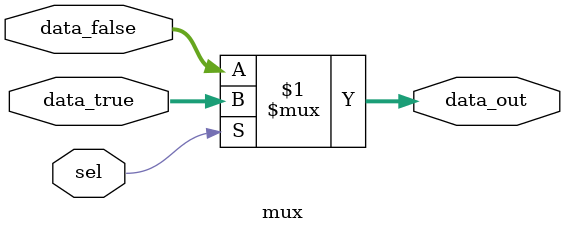
<source format=v>
`timescale 1ns / 1ps

module mux
#(
    // Parameter N specifies the width of the data signals
    parameter N = 32
)
(
    // Input data signals
    input wire [N-1: 0]  data_true, data_false,
    // Select signal
    input wire           sel,
    // Output data signal
    output wire [N-1: 0] data_out
);

    // The assign statement implements the mux functionality
    assign data_out = (sel) ? data_true : data_false;

endmodule

</source>
